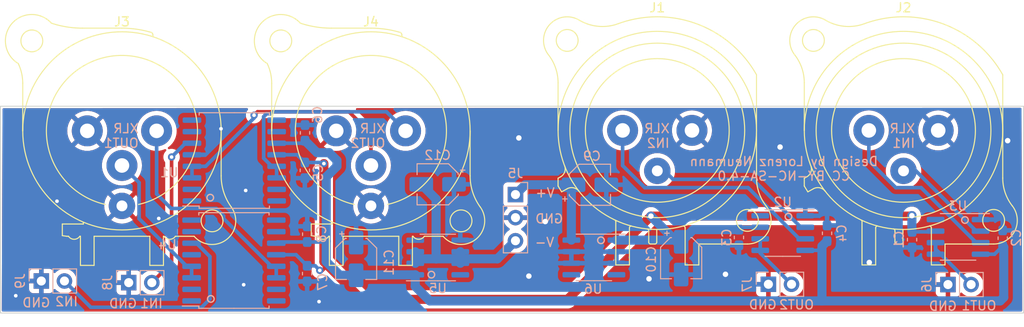
<source format=kicad_pcb>
(kicad_pcb (version 20221018) (generator pcbnew)
  (layers (0 "F.Cu" signal) (31 "B.Cu" signal) (34 "B.Paste" user) (35 "F.Paste" user) (36 "B.SilkS" user "B.Silkscreen") (37 "F.SilkS" user "F.Silkscreen") (38 "B.Mask" user) (39 "F.Mask" user) (44 "Edge.Cuts" user))
  (net 0 "")
  (net 1 "V+")
  (net 2 "GND")
  (net 3 "V-")
  (net 4 "VIN+")
  (net 5 "VIN-")
  (net 6 "Net-(U2-IN+)")
  (net 7 "Net-(U2-IN-)")
  (net 8 "Net-(U3-IN+)")
  (net 9 "Net-(U3-IN-)")
  (net 10 "Net-(U4-SENSE+)")
  (net 11 "Net-(U4-SENSE-)")
  (net 12 "Net-(U1-SENSE+)")
  (net 13 "Net-(U1-SENSE-)")
  (net 14 "Net-(J6-Pin_2)")
  (net 15 "Net-(J7-Pin_2)")
  (net 16 "Net-(J8-Pin_2)")
  (net 17 "Net-(J9-Pin_2)")
  (footprint "Connector_Audio:Jack_XLR_Neutrik_NC3FAAV_Vertical" (layer "F.Cu") (at 100.82 36.07)
    (fp_text reference "J1" (at -3.81 -13.5) (layer "F.SilkS"))
    (fp_text value "NC3FAAV")
    (pad "1" thru_hole circle (at 0 0) (size 3.4 3.4) (drill 1.6) (layers "*.Cu" "*.Mask") (net 2 "GND"))
    (pad "2" thru_hole circle (at -7.62 0) (size 3.4 3.4) (drill 1.6) (layers "*.Cu" "*.Mask") (net 6 "Net-(U2-IN+)"))
    (pad "3" thru_hole circle (at -3.81 4.45) (size 2.9 2.9) (drill 1.2) (layers "*.Cu" "*.Mask") (net 7 "Net-(U2-IN-)"))
  )
  (footprint "Connector_Audio:Jack_XLR_Neutrik_NC3MAAV_Vertical" (layer "F.Cu") (at 61.7375 36.12)
    (fp_text reference "J4" (at 3.81 -12) (layer "F.SilkS"))
    (fp_text value "NC3MAAV")
    (pad "1" thru_hole circle (at 0 0) (size 3.4 3.4) (drill 1.6) (layers "*.Cu" "*.Mask") (net 2 "GND"))
    (pad "2" thru_hole circle (at 7.62 0) (size 3.4 3.4) (drill 1.6) (layers "*.Cu" "*.Mask") (net 12 "Net-(U1-SENSE+)"))
    (pad "3" thru_hole circle (at 3.81 3.81) (size 3.4 3.4) (drill 1.6) (layers "*.Cu" "*.Mask") (net 13 "Net-(U1-SENSE-)"))
    (pad "G" thru_hole circle (at 3.81 8.255) (size 2.9 2.9) (drill 1.2) (layers "*.Cu" "*.Mask") (net 2 "GND"))
  )
  (footprint "Connector_Audio:Jack_XLR_Neutrik_NC3FAAV_Vertical" (layer "F.Cu") (at 127.87 36.07)
    (fp_text reference "J2" (at -3.81 -13.5) (layer "F.SilkS"))
    (fp_text value "NC3FAAV")
    (pad "1" thru_hole circle (at 0 0) (size 3.4 3.4) (drill 1.6) (layers "*.Cu" "*.Mask") (net 2 "GND"))
    (pad "2" thru_hole circle (at -7.62 0) (size 3.4 3.4) (drill 1.6) (layers "*.Cu" "*.Mask") (net 8 "Net-(U3-IN+)"))
    (pad "3" thru_hole circle (at -3.81 4.45) (size 2.9 2.9) (drill 1.2) (layers "*.Cu" "*.Mask") (net 9 "Net-(U3-IN-)"))
  )
  (footprint "Connector_Audio:Jack_XLR_Neutrik_NC3MAAV_Vertical" (layer "F.Cu") (at 34.3875 36.12)
    (fp_text reference "J3" (at 3.81 -12) (layer "F.SilkS"))
    (fp_text value "NC3MAAV")
    (pad "1" thru_hole circle (at 0 0) (size 3.4 3.4) (drill 1.6) (layers "*.Cu" "*.Mask") (net 2 "GND"))
    (pad "2" thru_hole circle (at 7.62 0) (size 3.4 3.4) (drill 1.6) (layers "*.Cu" "*.Mask") (net 10 "Net-(U4-SENSE+)"))
    (pad "3" thru_hole circle (at 3.81 3.81) (size 3.4 3.4) (drill 1.6) (layers "*.Cu" "*.Mask") (net 11 "Net-(U4-SENSE-)"))
    (pad "G" thru_hole circle (at 3.81 8.255) (size 2.9 2.9) (drill 1.2) (layers "*.Cu" "*.Mask") (net 2 "GND"))
  )
  (footprint "Package_SO:SOIC-16W_7.5x10.3mm_P1.27mm" (layer "B.Cu") (at 50.54 39.385)
    (fp_text reference "U1" (at -7.15 1.325) (layer "B.SilkS") (effects (justify mirror)))
    (fp_text value "DRV134UA")
    (pad "1" smd roundrect (at -4.65 4.445) (size 2.05 0.6) (layers "B.Cu" "B.Paste" "B.Mask"))
    (pad "2" smd roundrect (at -4.65 3.175) (size 2.05 0.6) (layers "B.Cu" "B.Paste" "B.Mask"))
    (pad "3" smd roundrect (at -4.65 1.905) (size 2.05 0.6) (layers "B.Cu" "B.Paste" "B.Mask") (net 13 "Net-(U1-SENSE-)"))
    (pad "4" smd roundrect (at -4.65 0.635) (size 2.05 0.6) (layers "B.Cu" "B.Paste" "B.Mask") (net 13 "Net-(U1-SENSE-)"))
    (pad "5" smd roundrect (at -4.65 -0.635) (size 2.05 0.6) (layers "B.Cu" "B.Paste" "B.Mask") (net 2 "GND"))
    (pad "6" smd roundrect (at -4.65 -1.905) (size 2.05 0.6) (layers "B.Cu" "B.Paste" "B.Mask") (net 16 "Net-(J8-Pin_2)"))
    (pad "7" smd roundrect (at -4.65 -3.175) (size 2.05 0.6) (layers "B.Cu" "B.Paste" "B.Mask"))
    (pad "8" smd roundrect (at -4.65 -4.445) (size 2.05 0.6) (layers "B.Cu" "B.Paste" "B.Mask"))
    (pad "9" smd roundrect (at 4.65 -4.445) (size 2.05 0.6) (layers "B.Cu" "B.Paste" "B.Mask"))
    (pad "10" smd roundrect (at 4.65 -3.175) (size 2.05 0.6) (layers "B.Cu" "B.Paste" "B.Mask"))
    (pad "11" smd roundrect (at 4.65 -1.905) (size 2.05 0.6) (layers "B.Cu" "B.Paste" "B.Mask") (net 3 "V-"))
    (pad "12" smd roundrect (at 4.65 -0.635) (size 2.05 0.6) (layers "B.Cu" "B.Paste" "B.Mask") (net 1 "V+"))
    (pad "13" smd roundrect (at 4.65 0.635) (size 2.05 0.6) (layers "B.Cu" "B.Paste" "B.Mask") (net 12 "Net-(U1-SENSE+)"))
    (pad "14" smd roundrect (at 4.65 1.905) (size 2.05 0.6) (layers "B.Cu" "B.Paste" "B.Mask") (net 12 "Net-(U1-SENSE+)"))
    (pad "15" smd roundrect (at 4.65 3.175) (size 2.05 0.6) (layers "B.Cu" "B.Paste" "B.Mask"))
    (pad "16" smd roundrect (at 4.65 4.445) (size 2.05 0.6) (layers "B.Cu" "B.Paste" "B.Mask"))
  )
  (footprint "Capacitor_SMD:C_0603_1608Metric_Pad1.08x0.95mm_HandSolder" (layer "B.Cu") (at 58.55 47.4875 90)
    (fp_text reference "C8" (at 0.0075 1.57 90) (layer "B.SilkS") (effects (justify mirror)))
    (fp_text value "1u")
    (pad "1" smd roundrect (at -0.8625 0 90) (size 1.075 0.95) (layers "B.Cu" "B.Paste" "B.Mask") (net 3 "V-"))
    (pad "2" smd roundrect (at 0.8625 0 90) (size 1.075 0.95) (layers "B.Cu" "B.Paste" "B.Mask") (net 2 "GND"))
  )
  (footprint "Package_SO:SOIC-8_3.9x4.9mm_P1.27mm" (layer "B.Cu") (at 90.045 50.045 180)
    (fp_text reference "U6" (at 0.075 -3.475) (layer "B.SilkS") (effects (justify mirror)))
    (fp_text value "MC78L12_SO8")
    (pad "1" smd roundrect (at -2.475 1.905 180) (size 1.95 0.6) (layers "B.Cu" "B.Paste" "B.Mask") (net 1 "V+"))
    (pad "2" smd roundrect (at -2.475 0.635 180) (size 1.95 0.6) (layers "B.Cu" "B.Paste" "B.Mask") (net 2 "GND"))
    (pad "3" smd roundrect (at -2.475 -0.635 180) (size 1.95 0.6) (layers "B.Cu" "B.Paste" "B.Mask") (net 2 "GND"))
    (pad "4" smd roundrect (at -2.475 -1.905 180) (size 1.95 0.6) (layers "B.Cu" "B.Paste" "B.Mask"))
    (pad "5" smd roundrect (at 2.475 -1.905 180) (size 1.95 0.6) (layers "B.Cu" "B.Paste" "B.Mask"))
    (pad "6" smd roundrect (at 2.475 -0.635 180) (size 1.95 0.6) (layers "B.Cu" "B.Paste" "B.Mask") (net 2 "GND"))
    (pad "7" smd roundrect (at 2.475 0.635 180) (size 1.95 0.6) (layers "B.Cu" "B.Paste" "B.Mask") (net 2 "GND"))
    (pad "8" smd roundrect (at 2.475 1.905 180) (size 1.95 0.6) (layers "B.Cu" "B.Paste" "B.Mask") (net 4 "VIN+"))
  )
  (footprint "Capacitor_SMD:CP_Elec_4x4.5" (layer "B.Cu") (at 89.61 42.05)
    (fp_text reference "C9" (at 0.22 -3.15) (layer "B.SilkS") (effects (justify mirror)))
    (fp_text value "10u")
    (pad "1" smd roundrect (at -1.8 0) (size 2.6 1.6) (layers "B.Cu" "B.Paste" "B.Mask") (roundrect_rratio 0.15625) (net 4 "VIN+"))
    (pad "2" smd roundrect (at 1.8 0) (size 2.6 1.6) (layers "B.Cu" "B.Paste" "B.Mask") (roundrect_rratio 0.15625) (net 2 "GND"))
  )
  (footprint "Capacitor_SMD:CP_Elec_4x4.5" (layer "B.Cu") (at 72.88 42 180)
    (fp_text reference "C12" (at 0 3.2) (layer "B.SilkS") (effects (justify mirror)))
    (fp_text value "10u")
    (pad "1" smd roundrect (at -1.8 0 180) (size 2.6 1.6) (layers "B.Cu" "B.Paste" "B.Mask") (roundrect_rratio 0.15625) (net 2 "GND"))
    (pad "2" smd roundrect (at 1.8 0 180) (size 2.6 1.6) (layers "B.Cu" "B.Paste" "B.Mask") (roundrect_rratio 0.15625) (net 5 "VIN-"))
  )
  (footprint "Capacitor_SMD:CP_Elec_4x4.5" (layer "B.Cu") (at 99.63 50.13 -90)
    (fp_text reference "C10" (at 0.13 3.29 90) (layer "B.SilkS") (effects (justify mirror)))
    (fp_text value "10u")
    (pad "1" smd roundrect (at -1.8 0 270) (size 2.6 1.6) (layers "B.Cu" "B.Paste" "B.Mask") (roundrect_rratio 0.15625) (net 1 "V+"))
    (pad "2" smd roundrect (at 1.8 0 270) (size 2.6 1.6) (layers "B.Cu" "B.Paste" "B.Mask") (roundrect_rratio 0.15625) (net 2 "GND"))
  )
  (footprint "Connector_PinHeader_2.54mm:PinHeader_1x03_P2.54mm_Vertical" (layer "B.Cu") (at 81.43 43.13 180)
    (fp_text reference "J5" (at 0 2.33) (layer "B.SilkS") (effects (justify mirror)))
    (fp_text value "Conn_01x03")
    (pad "1" thru_hole rect (at 0 0 180) (size 1.7 1.7) (drill 1) (layers "*.Cu" "*.Mask") (net 4 "VIN+"))
    (pad "2" thru_hole oval (at 0 -2.54 180) (size 1.7 1.7) (drill 1) (layers "*.Cu" "*.Mask") (net 2 "GND"))
    (pad "3" thru_hole oval (at 0 -5.08 180) (size 1.7 1.7) (drill 1) (layers "*.Cu" "*.Mask") (net 5 "VIN-"))
  )
  (footprint "Package_SO:SOIC-8_3.9x4.9mm_P1.27mm" (layer "B.Cu") (at 130.055 47.785 180)
    (fp_text reference "U3" (at 0 3.4) (layer "B.SilkS") (effects (justify mirror)))
    (fp_text value "INA137UA")
    (pad "1" smd roundrect (at -2.475 1.905 180) (size 1.95 0.6) (layers "B.Cu" "B.Paste" "B.Mask") (net 2 "GND"))
    (pad "2" smd roundrect (at -2.475 0.635 180) (size 1.95 0.6) (layers "B.Cu" "B.Paste" "B.Mask") (net 9 "Net-(U3-IN-)"))
    (pad "3" smd roundrect (at -2.475 -0.635 180) (size 1.95 0.6) (layers "B.Cu" "B.Paste" "B.Mask") (net 8 "Net-(U3-IN+)"))
    (pad "4" smd roundrect (at -2.475 -1.905 180) (size 1.95 0.6) (layers "B.Cu" "B.Paste" "B.Mask") (net 3 "V-"))
    (pad "5" smd roundrect (at 2.475 -1.905 180) (size 1.95 0.6) (layers "B.Cu" "B.Paste" "B.Mask") (net 14 "Net-(J6-Pin_2)"))
    (pad "6" smd roundrect (at 2.475 -0.635 180) (size 1.95 0.6) (layers "B.Cu" "B.Paste" "B.Mask") (net 14 "Net-(J6-Pin_2)"))
    (pad "7" smd roundrect (at 2.475 0.635 180) (size 1.95 0.6) (layers "B.Cu" "B.Paste" "B.Mask") (net 1 "V+"))
    (pad "8" smd roundrect (at 2.475 1.905 180) (size 1.95 0.6) (layers "B.Cu" "B.Paste" "B.Mask"))
  )
  (footprint "Package_SO:SOIC-8_3.9x4.9mm_P1.27mm" (layer "B.Cu") (at 72.895 50.055)
    (fp_text reference "U5" (at 0 3.4) (layer "B.SilkS") (effects (justify mirror)))
    (fp_text value "MC79L12_SO8")
    (pad "1" smd roundrect (at -2.475 1.905) (size 1.95 0.6) (layers "B.Cu" "B.Paste" "B.Mask") (net 3 "V-"))
    (pad "2" smd roundrect (at -2.475 0.635) (size 1.95 0.6) (layers "B.Cu" "B.Paste" "B.Mask") (net 5 "VIN-"))
    (pad "3" smd roundrect (at -2.475 -0.635) (size 1.95 0.6) (layers "B.Cu" "B.Paste" "B.Mask") (net 5 "VIN-"))
    (pad "4" smd roundrect (at -2.475 -1.905) (size 1.95 0.6) (layers "B.Cu" "B.Paste" "B.Mask"))
    (pad "5" smd roundrect (at 2.475 -1.905) (size 1.95 0.6) (layers "B.Cu" "B.Paste" "B.Mask") (net 2 "GND"))
    (pad "6" smd roundrect (at 2.475 -0.635) (size 1.95 0.6) (layers "B.Cu" "B.Paste" "B.Mask") (net 5 "VIN-"))
    (pad "7" smd roundrect (at 2.475 0.635) (size 1.95 0.6) (layers "B.Cu" "B.Paste" "B.Mask") (net 5 "VIN-"))
    (pad "8" smd roundrect (at 2.475 1.905) (size 1.95 0.6) (layers "B.Cu" "B.Paste" "B.Mask"))
  )
  (footprint "Capacitor_SMD:C_0603_1608Metric_Pad1.08x0.95mm_HandSolder" (layer "B.Cu") (at 58.54 51.8275 -90)
    (fp_text reference "C7" (at 0.9225 -1.7 90) (layer "B.SilkS") (effects (justify mirror)))
    (fp_text value "1u")
    (pad "1" smd roundrect (at -0.8625 0 270) (size 1.075 0.95) (layers "B.Cu" "B.Paste" "B.Mask") (net 1 "V+"))
    (pad "2" smd roundrect (at 0.8625 0 270) (size 1.075 0.95) (layers "B.Cu" "B.Paste" "B.Mask") (net 2 "GND"))
  )
  (footprint "Capacitor_SMD:C_0603_1608Metric_Pad1.08x0.95mm_HandSolder" (layer "B.Cu") (at 58.29 40.4625 -90)
    (fp_text reference "C5" (at 0.2775 -1.48 90) (layer "B.SilkS") (effects (justify mirror)))
    (fp_text value "1u")
    (pad "1" smd roundrect (at -0.8625 0 270) (size 1.075 0.95) (layers "B.Cu" "B.Paste" "B.Mask") (net 1 "V+"))
    (pad "2" smd roundrect (at 0.8625 0 270) (size 1.075 0.95) (layers "B.Cu" "B.Paste" "B.Mask") (net 2 "GND"))
  )
  (footprint "Connector_PinHeader_2.54mm:PinHeader_1x02_P2.54mm_Vertical" (layer "B.Cu") (at 38.94 52.82 -90)
    (fp_text reference "J8" (at 0 2.33 90) (layer "B.SilkS") (effects (justify mirror)))
    (fp_text value "Conn_01x02")
    (pad "1" thru_hole rect (at 0 0 270) (size 1.7 1.7) (drill 1) (layers "*.Cu" "*.Mask") (net 2 "GND"))
    (pad "2" thru_hole oval (at 0 -2.54 270) (size 1.7 1.7) (drill 1) (layers "*.Cu" "*.Mask") (net 16 "Net-(J8-Pin_2)"))
  )
  (footprint "Capacitor_SMD:C_0603_1608Metric_Pad1.08x0.95mm_HandSolder" (layer "B.Cu") (at 115.66 47.39 -90)
    (fp_text reference "C4" (at -0.0025 -1.62 90) (layer "B.SilkS") (effects (justify mirror)))
    (fp_text value "1u")
    (pad "1" smd roundrect (at -0.8625 0 270) (size 1.075 0.95) (layers "B.Cu" "B.Paste" "B.Mask") (net 2 "GND"))
    (pad "2" smd roundrect (at 0.8625 0 270) (size 1.075 0.95) (layers "B.Cu" "B.Paste" "B.Mask") (net 3 "V-"))
  )
  (footprint "Connector_PinHeader_2.54mm:PinHeader_1x02_P2.54mm_Vertical" (layer "B.Cu") (at 128.945 53.03 -90)
    (fp_text reference "J6" (at 0 2.33 90) (layer "B.SilkS") (effects (justify mirror)))
    (fp_text value "Conn_01x02")
    (pad "1" thru_hole rect (at 0 0 270) (size 1.7 1.7) (drill 1) (layers "*.Cu" "*.Mask") (net 2 "GND"))
    (pad "2" thru_hole oval (at 0 -2.54 270) (size 1.7 1.7) (drill 1) (layers "*.Cu" "*.Mask") (net 14 "Net-(J6-Pin_2)"))
  )
  (footprint "Package_SO:SOIC-8_3.9x4.9mm_P1.27mm" (layer "B.Cu") (at 110.795 47.365 180)
    (fp_text reference "U2" (at 0 3.4) (layer "B.SilkS") (effects (justify mirror)))
    (fp_text value "INA137UA")
    (pad "1" smd roundrect (at -2.475 1.905 180) (size 1.95 0.6) (layers "B.Cu" "B.Paste" "B.Mask") (net 2 "GND"))
    (pad "2" smd roundrect (at -2.475 0.635 180) (size 1.95 0.6) (layers "B.Cu" "B.Paste" "B.Mask") (net 7 "Net-(U2-IN-)"))
    (pad "3" smd roundrect (at -2.475 -0.635 180) (size 1.95 0.6) (layers "B.Cu" "B.Paste" "B.Mask") (net 6 "Net-(U2-IN+)"))
    (pad "4" smd roundrect (at -2.475 -1.905 180) (size 1.95 0.6) (layers "B.Cu" "B.Paste" "B.Mask") (net 3 "V-"))
    (pad "5" smd roundrect (at 2.475 -1.905 180) (size 1.95 0.6) (layers "B.Cu" "B.Paste" "B.Mask") (net 15 "Net-(J7-Pin_2)"))
    (pad "6" smd roundrect (at 2.475 -0.635 180) (size 1.95 0.6) (layers "B.Cu" "B.Paste" "B.Mask") (net 15 "Net-(J7-Pin_2)"))
    (pad "7" smd roundrect (at 2.475 0.635 180) (size 1.95 0.6) (layers "B.Cu" "B.Paste" "B.Mask") (net 1 "V+"))
    (pad "8" smd roundrect (at 2.475 1.905 180) (size 1.95 0.6) (layers "B.Cu" "B.Paste" "B.Mask"))
  )
  (footprint "Connector_PinHeader_2.54mm:PinHeader_1x02_P2.54mm_Vertical" (layer "B.Cu") (at 29.34 52.64 -90)
    (fp_text reference "J9" (at 0 2.33 90) (layer "B.SilkS") (effects (justify mirror)))
    (fp_text value "Conn_01x02")
    (pad "1" thru_hole rect (at 0 0 270) (size 1.7 1.7) (drill 1) (layers "*.Cu" "*.Mask") (net 2 "GND"))
    (pad "2" thru_hole oval (at 0 -2.54 270) (size 1.7 1.7) (drill 1) (layers "*.Cu" "*.Mask") (net 17 "Net-(J9-Pin_2)"))
  )
  (footprint "Capacitor_SMD:C_0603_1608Metric_Pad1.08x0.95mm_HandSolder" (layer "B.Cu") (at 105.98 47.85 -90)
    (fp_text reference "C3" (at 0 1.34 90) (layer "B.SilkS") (effects (justify mirror)))
    (fp_text value "1u")
    (pad "1" smd roundrect (at -0.8625 0 270) (size 1.075 0.95) (layers "B.Cu" "B.Paste" "B.Mask") (net 1 "V+"))
    (pad "2" smd roundrect (at 0.8625 0 270) (size 1.075 0.95) (layers "B.Cu" "B.Paste" "B.Mask") (net 2 "GND"))
  )
  (footprint "Connector_PinHeader_2.54mm:PinHeader_1x02_P2.54mm_Vertical" (layer "B.Cu") (at 109.215 53 -90)
    (fp_text reference "J7" (at 0 2.33 90) (layer "B.SilkS") (effects (justify mirror)))
    (fp_text value "Conn_01x02")
    (pad "1" thru_hole rect (at 0 0 270) (size 1.7 1.7) (drill 1) (layers "*.Cu" "*.Mask") (net 2 "GND"))
    (pad "2" thru_hole oval (at 0 -2.54 270) (size 1.7 1.7) (drill 1) (layers "*.Cu" "*.Mask") (net 15 "Net-(J7-Pin_2)"))
  )
  (footprint "Package_SO:SOIC-16W_7.5x10.3mm_P1.27mm" (layer "B.Cu") (at 50.5 50.385)
    (fp_text reference "U4" (at -7.29 -1.755) (layer "B.SilkS") (effects (justify mirror)))
    (fp_text value "DRV134UA")
    (pad "1" smd roundrect (at -4.65 4.445) (size 2.05 0.6) (layers "B.Cu" "B.Paste" "B.Mask"))
    (pad "2" smd roundrect (at -4.65 3.175) (size 2.05 0.6) (layers "B.Cu" "B.Paste" "B.Mask"))
    (pad "3" smd roundrect (at -4.65 1.905) (size 2.05 0.6) (layers "B.Cu" "B.Paste" "B.Mask") (net 11 "Net-(U4-SENSE-)"))
    (pad "4" smd roundrect (at -4.65 0.635) (size 2.05 0.6) (layers "B.Cu" "B.Paste" "B.Mask") (net 11 "Net-(U4-SENSE-)"))
    (pad "5" smd roundrect (at -4.65 -0.635) (size 2.05 0.6) (layers "B.Cu" "B.Paste" "B.Mask") (net 2 "GND"))
    (pad "6" smd roundrect (at -4.65 -1.905) (size 2.05 0.6) (layers "B.Cu" "B.Paste" "B.Mask") (net 17 "Net-(J9-Pin_2)"))
    (pad "7" smd roundrect (at -4.65 -3.175) (size 2.05 0.6) (layers "B.Cu" "B.Paste" "B.Mask"))
    (pad "8" smd roundrect (at -4.65 -4.445) (size 2.05 0.6) (layers "B.Cu" "B.Paste" "B.Mask"))
    (pad "9" smd roundrect (at 4.65 -4.445) (size 2.05 0.6) (layers "B.Cu" "B.Paste" "B.Mask"))
    (pad "10" smd roundrect (at 4.65 -3.175) (size 2.05 0.6) (layers "B.Cu" "B.Paste" "B.Mask"))
    (pad "11" smd roundrect (at 4.65 -1.905) (size 2.05 0.6) (layers "B.Cu" "B.Paste" "B.Mask") (net 3 "V-"))
    (pad "12" smd roundrect (at 4.65 -0.635) (size 2.05 0.6) (layers "B.Cu" "B.Paste" "B.Mask") (net 1 "V+"))
    (pad "13" smd roundrect (at 4.65 0.635) (size 2.05 0.6) (layers "B.Cu" "B.Paste" "B.Mask") (net 10 "Net-(U4-SENSE+)"))
    (pad "14" smd roundrect (at 4.65 1.905) (size 2.05 0.6) (layers "B.Cu" "B.Paste" "B.Mask") (net 10 "Net-(U4-SENSE+)"))
    (pad "15" smd roundrect (at 4.65 3.175) (size 2.05 0.6) (layers "B.Cu" "B.Paste" "B.Mask"))
    (pad "16" smd roundrect (at 4.65 4.445) (size 2.05 0.6) (layers "B.Cu" "B.Paste" "B.Mask"))
  )
  (footprint "Capacitor_SMD:C_0603_1608Metric_Pad1.08x0.95mm_HandSolder" (layer "B.Cu") (at 58.31 36.34 90)
    (fp_text reference "C6" (at 1.98 1.37 90) (layer "B.SilkS") (effects (justify mirror)))
    (fp_text value "1u")
    (pad "1" smd roundrect (at -0.8625 0 90) (size 1.075 0.95) (layers "B.Cu" "B.Paste" "B.Mask") (net 3 "V-"))
    (pad "2" smd roundrect (at 0.8625 0 90) (size 1.075 0.95) (layers "B.Cu" "B.Paste" "B.Mask") (net 2 "GND"))
  )
  (footprint "Capacitor_SMD:C_0603_1608Metric_Pad1.08x0.95mm_HandSolder" (layer "B.Cu") (at 134.96 47.93 -90)
    (fp_text reference "C2" (at -0.04 -1.49 90) (layer "B.SilkS") (effects (justify mirror)))
    (fp_text value "1u")
    (pad "1" smd roundrect (at -0.8625 0 270) (size 1.075 0.95) (layers "B.Cu" "B.Paste" "B.Mask") (net 2 "GND"))
    (pad "2" smd roundrect (at 0.8625 0 270) (size 1.075 0.95) (layers "B.Cu" "B.Paste" "B.Mask") (net 3 "V-"))
  )
  (footprint "Capacitor_SMD:CP_Elec_4x4.5" (layer "B.Cu") (at 63.92 50.21 -90)
    (fp_text reference "C11" (at 0.4 -3.62 90) (layer "B.SilkS") (effects (justify mirror)))
    (fp_text value "10u")
    (pad "1" smd roundrect (at -1.8 0 270) (size 2.6 1.6) (layers "B.Cu" "B.Paste" "B.Mask") (roundrect_rratio 0.15625) (net 2 "GND"))
    (pad "2" smd roundrect (at 1.8 0 270) (size 2.6 1.6) (layers "B.Cu" "B.Paste" "B.Mask") (roundrect_rratio 0.15625) (net 3 "V-"))
  )
  (footprint "Capacitor_SMD:C_0603_1608Metric_Pad1.08x0.95mm_HandSolder" (layer "B.Cu") (at 125 48.0925 -90)
    (fp_text reference "C1" (at 0 1.43 90) (layer "B.SilkS") (effects (justify mirror)))
    (fp_text value "1u")
    (pad "1" smd roundrect (at -0.8625 0 270) (size 1.075 0.95) (layers "B.Cu" "B.Paste" "B.Mask") (net 1 "V+"))
    (pad "2" smd roundrect (at 0.8625 0 270) (size 1.075 0.95) (layers "B.Cu" "B.Paste" "B.Mask") (net 2 "GND"))
  )
  (gr_circle (center 47.9 43.47) (end 48.26 43.42) (stroke (width 0.15)) (fill none) (layer "B.SilkS"))
  (gr_circle (center 130.81 45.93) (end 131.17 45.88) (stroke (width 0.15)) (fill none) (layer "B.SilkS"))
  (gr_circle (center 72.19 51.94) (end 72.55 51.89) (stroke (width 0.15)) (fill none) (layer "B.SilkS"))
  (gr_circle (center 111.42 45.56) (end 111.78 45.51) (stroke (width 0.15)) (fill none) (layer "B.SilkS"))
  (gr_circle (center 47.96 54.61) (end 48.32 54.56) (stroke (width 0.15)) (fill none) (layer "B.SilkS"))
  (gr_circle (center 90.82 48.16) (end 91.18 48.11) (stroke (width 0.15)) (fill none) (layer "B.SilkS"))
  (gr_rect (start 24.85 33.41) (end 137.25 56.16) (stroke (width 0.1)) (fill none) (layer "Edge.Cuts"))
  (gr_text "OUT2\n\n" (at 114.31 57.45) (layer "B.SilkS") (effects (font (size 1 1)) (justify left bottom mirror)))
  (gr_text "V+" (at 85.83 43.52) (layer "B.SilkS") (effects (font (size 1 1)) (justify left bottom mirror)))
  (gr_text "IN1\n" (at 42.77 55.7) (layer "B.SilkS") (effects (font (size 1 1)) (justify left bottom mirror)))
  (gr_text "V-\n" (at 85.77 48.97) (layer "B.SilkS") (effects (font (size 1 1)) (justify left bottom mirror)))
  (gr_text "GND" (at 110.22 55.83) (layer "B.SilkS") (effects (font (size 1 1)) (justify left bottom mirror)))
  (gr_text "IN2\n" (at 33.45 55.49) (layer "B.SilkS") (effects (font (size 1 1)) (justify left bottom mirror)))
  (gr_text "GND" (at 39.94 55.7) (layer "B.SilkS") (effects (font (size 1 1)) (justify left bottom mirror)))
  (gr_text "XLR \nIN2" (at 98.45 38.06) (layer "B.SilkS") (effects (font (size 1 1)) (justify left bottom mirror)))
  (gr_text "Design by Lorenz Neumann\nCC BY-NC-SA-4.0" (at 110.91 41.68) (layer "B.SilkS") (effects (font (size 1 1)) (justify bottom mirror)))
  (gr_text "XLR \nOUT1" (at 40.12 38.06) (layer "B.SilkS") (effects (font (size 1 1)) (justify left bottom mirror)))
  (gr_text "XLR \nOUT2" (at 67.22 38.06) (layer "B.SilkS") (effects (font (size 1 1)) (justify left bottom mirror)))
  (gr_text "OUT1\n" (at 134.35 55.94) (layer "B.SilkS") (effects (font (size 1 1)) (justify left bottom mirror)))
  (gr_text "GND" (at 86.76 46.38) (layer "B.SilkS") (effects (font (size 1 1)) (justify left bottom mirror)))
  (gr_text "GND" (at 130.01 55.98) (layer "B.SilkS") (effects (font (size 1 1)) (justify left bottom mirror)))
  (gr_text "GND" (at 30.41 55.61) (layer "B.SilkS") (effects (font (size 1 1)) (justify left bottom mirror)))
  (gr_text "XLR \nIN1" (at 125.41 38.06) (layer "B.SilkS") (effects (font (size 1 1)) (justify left bottom mirror)))
  (segment (start 60.77 50.91) (end 60.381825 50.521825) (width 1) (layer "F.Cu") (net 1))
  (segment (start 60.381825 50.521825) (end 60.381825 39.7195) (width 1) (layer "F.Cu") (net 1))
  (segment (start 87.15 54.66) (end 64.52 54.66) (width 1) (layer "F.Cu") (net 1))
  (segment (start 60.21 51.47) (end 60.77 50.91) (width 0.4) (layer "F.Cu") (net 1))
  (segment (start 59.93 51.47) (end 60.21 51.47) (width 0.4) (layer "F.Cu") (net 1))
  (segment (start 64.52 54.66) (end 60.77 50.91) (width 1) (layer "F.Cu") (net 1))
  (segment (start 124.93 45.5) (end 124.98 45.45) (width 1) (layer "F.Cu") (net 1))
  (segment (start 96.31 45.5) (end 87.15 54.66) (width 1) (layer "F.Cu") (net 1))
  (segment (start 96.31 45.5) (end 124.93 45.5) (width 1) (layer "F.Cu") (net 1))
  (via (at 59.93 51.47) (size 0.8) (drill 0.4) (layers "F.Cu" "B.Cu") (net 1))
  (via (at 60.381825 39.7195) (size 0.8) (drill 0.4) (layers "F.Cu" "B.Cu") (net 1))
  (via (at 124.98 45.45) (size 1) (drill 0.6) (layers "F.Cu" "B.Cu") (net 1))
  (via (at 96.31 45.5) (size 1) (drill 0.6) (layers "F.Cu" "B.Cu") (net 1))
  (segment (start 100.9725 46.9875) (end 105.98 46.9875) (width 1) (layer "B.Cu") (net 1))
  (segment (start 57.325 49.75) (end 55.15 49.75) (width 0.4) (layer "B.Cu") (net 1))
  (segment (start 99.44 48.14) (end 99.63 48.33) (width 1) (layer "B.Cu") (net 1))
  (segment (start 58.29 39.6) (end 60.262325 39.6) (width 0.4) (layer "B.Cu") (net 1))
  (segment (start 124.98 45.45) (end 124.98 47.21) (width 1) (layer "B.Cu") (net 1))
  (segment (start 106.2375 46.73) (end 105.98 46.9875) (width 0.4) (layer "B.Cu") (net 1))
  (segment (start 127.5 47.23) (end 127.58 47.15) (width 0.4) (layer "B.Cu") (net 1))
  (segment (start 55.19 38.75) (end 57.44 38.75) (width 0.4) (layer "B.Cu") (net 1))
  (segment (start 125 47.23) (end 127.5 47.23) (width 0.4) (layer "B.Cu") (net 1))
  (segment (start 60.262325 39.6) (end 60.381825 39.7195) (width 0.4) (layer "B.Cu") (net 1))
  (segment (start 124.98 47.21) (end 125 47.23) (width 1) (layer "B.Cu") (net 1))
  (segment (start 59.425 50.965) (end 59.93 51.47) (width 0.4) (layer "B.Cu") (net 1))
  (segment (start 108.32 46.73) (end 106.2375 46.73) (width 0.4) (layer "B.Cu") (net 1))
  (segment (start 99.63 48.33) (end 99.14 48.33) (width 1) (layer "B.Cu") (net 1))
  (segment (start 99.63 48.33) (end 100.9725 46.9875) (width 1) (layer "B.Cu") (net 1))
  (segment (start 99.14 48.33) (end 96.31 45.5) (width 1) (layer "B.Cu") (net 1))
  (segment (start 92.52 48.14) (end 99.44 48.14) (width 1) (layer "B.Cu") (net 1))
  (segment (start 58.54 50.965) (end 59.425 50.965) (width 0.4) (layer "B.Cu") (net 1))
  (segment (start 57.44 38.75) (end 58.29 39.6) (width 0.4) (layer "B.Cu") (net 1))
  (segment (start 58.54 50.965) (end 57.325 49.75) (width 0.4) (layer "B.Cu") (net 1))
  (via (at 49.08 35.89) (size 0.8) (drill 0.4) (layers "F.Cu" "B.Cu") (net 2))
  (via (at 104.5 51.9) (size 1) (drill 0.6) (layers "F.Cu" "B.Cu") (net 2))
  (via (at 42.24 45.76) (size 0.8) (drill 0.4) (layers "F.Cu" "B.Cu") (net 2))
  (via (at 51.79 42.68) (size 0.8) (drill 0.4) (layers "F.Cu" "B.Cu") (net 2))
  (via (at 26.53 54.26) (size 0.8) (drill 0.4) (layers "F.Cu" "B.Cu") (net 2))
  (via (at 51.57 53.05) (size 0.8) (drill 0.4) (layers "F.Cu" "B.Cu") (net 2))
  (via (at 135.5 37.2) (size 1) (drill 0.6) (layers "F.Cu" "B.Cu") (net 2))
  (via (at 82.9 52.1) (size 1) (drill 0.6) (layers "F.Cu" "B.Cu") (net 2))
  (via (at 59.85 54.91) (size 0.8) (drill 0.4) (layers "F.Cu" "B.Cu") (net 2))
  (via (at 110.5 37.9) (size 1) (drill 0.6) (layers "F.Cu" "B.Cu") (net 2))
  (via (at 84.7 46.1) (size 1) (drill 0.6) (layers "F.Cu" "B.Cu") (net 2))
  (via (at 120.3 50.6) (size 1) (drill 0.6) (layers "F.Cu" "B.Cu") (net 2))
  (via (at 81.8 36.9) (size 1) (drill 0.6) (layers "F.Cu" "B.Cu") (net 2))
  (via (at 96.1 52.4) (size 1) (drill 0.6) (layers "F.Cu" "B.Cu") (net 2))
  (via (at 31.06 43.86) (size 0.8) (drill 0.4) (layers "F.Cu" "B.Cu") (net 2))
  (segment (start 61.82 39.38) (end 60.96 38.52) (width 1) (layer "B.Cu") (net 3))
  (segment (start 60.64 48.27) (end 60.64 41.19) (width 1) (layer "B.Cu") (net 3))
  (segment (start 55.28 48.35) (end 55.15 48.48) (width 0.4) (layer "B.Cu") (net 3))
  (segment (start 135.07 48.9025) (end 134.96 48.7925) (width 1) (layer "B.Cu") (net 3))
  (segment (start 132.53 49.69) (end 134.0625 49.69) (width 0.4) (layer "B.Cu") (net 3))
  (segment (start 115.1 54.83) (end 134.68 54.83) (width 1) (layer "B.Cu") (net 3))
  (segment (start 59.6275 38.52) (end 58.31 37.2025) (width 1) (layer "B.Cu") (net 3))
  (segment (start 70.42 53.23) (end 72.02 54.83) (width 1) (layer "B.Cu") (net 3))
  (segment (start 134.68 54.83) (end 135.07 54.44) (width 1) (layer "B.Cu") (net 3))
  (segment (start 58.55 48.35) (end 60.56 48.35) (width 0.4) (layer "B.Cu") (net 3))
  (segment (start 60.64 50.51) (end 60.64 48.27) (width 1) (layer "B.Cu") (net 3))
  (segment (start 61.82 40.01) (end 61.82 39.38) (width 1) (layer "B.Cu") (net 3))
  (segment (start 70.42 51.96) (end 70.42 53.23) (width 1) (layer "B.Cu") (net 3))
  (segment (start 60.64 41.19) (end 61.82 40.01) (width 1) (layer "B.Cu") (net 3))
  (segment (start 62.14 52.01) (end 60.64 50.51) (width 1) (layer "B.Cu") (net 3))
  (segment (start 72.02 54.83) (end 115.1 54.83) (width 1) (layer "B.Cu") (net 3))
  (segment (start 115.1 54.83) (end 115.1 48.8125) (width 1) (layer "B.Cu") (net 3))
  (segment (start 135.07 54.44) (end 135.07 48.9025) (width 1) (layer "B.Cu") (net 3))
  (segment (start 58.0325 37.48) (end 58.31 37.2025) (width 0.4) (layer "B.Cu") (net 3))
  (segment (start 58.55 48.35) (end 55.28 48.35) (width 0.4) (layer "B.Cu") (net 3))
  (segment (start 113.27 49.27) (end 114.6425 49.27) (width 0.4) (layer "B.Cu") (net 3))
  (segment (start 55.19 37.48) (end 58.0325 37.48) (width 0.4) (layer "B.Cu") (net 3))
  (segment (start 115.1 48.8125) (end 115.66 48.2525) (width 1) (layer "B.Cu") (net 3))
  (segment (start 60.96 38.52) (end 59.6275 38.52) (width 1) (layer "B.Cu") (net 3))
  (segment (start 70.42 51.96) (end 63.97 51.96) (width 1) (layer "B.Cu") (net 3))
  (segment (start 63.97 51.96) (end 63.92 52.01) (width 1) (layer "B.Cu") (net 3))
  (segment (start 60.56 48.35) (end 60.64 48.27) (width 0.4) (layer "B.Cu") (net 3))
  (segment (start 114.6425 49.27) (end 115.66 48.2525) (width 0.4) (layer "B.Cu") (net 3))
  (segment (start 134.0625 49.69) (end 134.96 48.7925) (width 0.4) (layer "B.Cu") (net 3))
  (segment (start 63.92 52.01) (end 62.14 52.01) (width 1) (layer "B.Cu") (net 3))
  (segment (start 82.51 42.05) (end 81.43 43.13) (width 1) (layer "B.Cu") (net 4))
  (segment (start 87.57 42.29) (end 87.81 42.05) (width 1) (layer "B.Cu") (net 4))
  (segment (start 87.81 42.05) (end 82.51 42.05) (width 1) (layer "B.Cu") (net 4))
  (segment (start 87.57 48.14) (end 87.57 42.29) (width 1) (layer "B.Cu") (net 4))
  (segment (start 70.42 50.2) (end 70.42 49.42) (width 1) (layer "B.Cu") (net 5))
  (segment (start 75.37 49.42) (end 75.37 50.69) (width 1) (layer "B.Cu") (net 5))
  (segment (start 72.71 43.63) (end 71.08 42) (width 1) (layer "B.Cu") (net 5))
  (segment (start 79.44 50.2) (end 81.43 48.21) (width 1) (layer "B.Cu") (net 5))
  (segment (start 70.42 50.69) (end 70.42 50.2) (width 1) (layer "B.Cu") (net 5))
  (segment (start 70.42 50.2) (end 72.71 50.2) (width 1) (layer "B.Cu") (net 5))
  (segment (start 72.71 50.2) (end 72.71 43.63) (width 1) (layer "B.Cu") (net 5))
  (segment (start 72.71 50.2) (end 79.44 50.2) (width 1) (layer "B.Cu") (net 5))
  (segment (start 95.63 42.37) (end 93.2 39.94) (width 0.4) (layer "B.Cu") (net 6))
  (segment (start 113.27 48) (end 112.612817 48) (width 0.4) (layer "B.Cu") (net 6))
  (segment (start 93.2 39.94) (end 93.2 36.07) (width 0.4) (layer "B.Cu") (net 6))
  (segment (start 106.982817 42.37) (end 95.63 42.37) (width 0.4) (layer "B.Cu") (net 6))
  (segment (start 112.612817 48) (end 106.982817 42.37) (width 0.4) (layer "B.Cu") (net 6))
  (segment (start 97.81 40.52) (end 97.01 40.52) (width 0.4) (layer "B.Cu") (net 7))
  (segment (start 113.27 46.73) (end 112.787183 46.73) (width 0.4) (layer "B.Cu") (net 7))
  (segment (start 98.74 41.45) (end 97.81 40.52) (width 0.4) (layer "B.Cu") (net 7))
  (segment (start 107.507183 41.45) (end 98.74 41.45) (width 0.4) (layer "B.Cu") (net 7))
  (segment (start 112.787183 46.73) (end 107.507183 41.45) (width 0.4) (layer "B.Cu") (net 7))
  (segment (start 132.53 48.42) (end 132.047183 48.42) (width 0.4) (layer "B.Cu") (net 8))
  (segment (start 132.047183 48.42) (end 125.997183 42.37) (width 0.4) (layer "B.Cu") (net 8))
  (segment (start 125.997183 42.37) (end 123.21 42.37) (width 0.4) (layer "B.Cu") (net 8))
  (segment (start 120.25 39.41) (end 120.25 36.07) (width 0.4) (layer "B.Cu") (net 8))
  (segment (start 123.21 42.37) (end 120.25 39.41) (width 0.4) (layer "B.Cu") (net 8))
  (segment (start 132.047183 47.15) (end 125.417183 40.52) (width 0.4) (layer "B.Cu") (net 9))
  (segment (start 132.53 47.15) (end 132.047183 47.15) (width 0.4) (layer "B.Cu") (net 9))
  (segment (start 125.417183 40.52) (end 124.06 40.52) (width 0.4) (layer "B.Cu") (net 9))
  (segment (start 49.37 45.772817) (end 49.37 45.48) (width 0.4) (layer "B.Cu") (net 10))
  (segment (start 43.61 44.66) (end 42.0075 43.0575) (width 0.4) (layer "B.Cu") (net 10))
  (segment (start 48.55 44.66) (end 43.61 44.66) (width 0.4) (layer "B.Cu") (net 10))
  (segment (start 49.37 45.48) (end 48.55 44.66) (width 0.4) (layer "B.Cu") (net 10))
  (segment (start 55.15 51.02) (end 54.617183 51.02) (width 0.4) (layer "B.Cu") (net 10))
  (segment (start 54.617183 51.02) (end 49.37 45.772817) (width 0.4) (layer "B.Cu") (net 10))
  (segment (start 55.15 52.29) (end 55.15 51.02) (width 0.4) (layer "B.Cu") (net 10))
  (segment (start 42.0075 43.0575) (end 42.0075 36.12) (width 0.4) (layer "B.Cu") (net 10))
  (segment (start 40.08 45.782817) (end 40.08 41.8125) (width 0.4) (layer "B.Cu") (net 11))
  (segment (start 45.85 51.02) (end 45.317183 51.02) (width 0.4) (layer "B.Cu") (net 11))
  (segment (start 45.85 51.02) (end 45.85 52.29) (width 0.4) (layer "B.Cu") (net 11))
  (segment (start 45.317183 51.02) (end 40.08 45.782817) (width 0.4) (layer "B.Cu") (net 11))
  (segment (start 40.08 41.8125) (end 38.1975 39.93) (width 0.4) (layer "B.Cu") (net 11))
  (segment (start 54.065 34.24) (end 54.542817 34.24) (width 0.4) (layer "B.Cu") (net 12))
  (segment (start 53.915 34.412183) (end 53.915 34.39) (width 0.4) (layer "B.Cu") (net 12))
  (segment (start 54.542817 34.24) (end 54.762817 34.02) (width 0.4) (layer "B.Cu") (net 12))
  (segment (start 67.2575 34.02) (end 69.3575 36.12) (width 0.4) (layer "B.Cu") (net 12))
  (segment (start 53.765 39.127817) (end 53.765 34.562183) (width 0.4) (layer "B.Cu") (net 12))
  (segment (start 54.762817 34.02) (end 67.2575 34.02) (width 0.4) (layer "B.Cu") (net 12))
  (segment (start 55.19 40.02) (end 54.657183 40.02) (width 0.4) (layer "B.Cu") (net 12))
  (segment (start 55.19 40.02) (end 55.19 41.29) (width 0.4) (layer "B.Cu") (net 12))
  (segment (start 53.765 34.562183) (end 53.915 34.412183) (width 0.4) (layer "B.Cu") (net 12))
  (segment (start 54.657183 40.02) (end 53.765 39.127817) (width 0.4) (layer "B.Cu") (net 12))
  (segment (start 53.915 34.39) (end 54.065 34.24) (width 0.4) (layer "B.Cu") (net 12))
  (segment (start 53.09 34.02) (end 63.14 34.02) (width 0.4) (layer "F.Cu") (net 13))
  (segment (start 65.5475 36.4325) (end 65.5475 39.93) (width 0.4) (layer "F.Cu") (net 13))
  (segment (start 65.55 36.43) (end 65.5475 36.4325) (width 0.4) (layer "F.Cu") (net 13))
  (segment (start 63.14 34.02) (end 65.55 36.43) (width 0.4) (layer "F.Cu") (net 13))
  (segment (start 52.71 34.4) (end 53.09 34.02) (width 0.4) (layer "F.Cu") (net 13))
  (via (at 52.71 34.4) (size 0.8) (drill 0.4) (layers "F.Cu" "B.Cu") (net 13))
  (segment (start 52.71 34.7) (end 52.71 34.4) (width 0.4) (layer "B.Cu") (net 13))
  (segment (start 45.89 41.29) (end 45.89 40.02) (width 0.4) (layer "B.Cu") (net 13))
  (segment (start 47.39 40.02) (end 50.94 36.47) (width 0.4) (layer "B.Cu") (net 13))
  (segment (start 45.89 40.02) (end 47.39 40.02) (width 0.4) (layer "B.Cu") (net 13))
  (segment (start 50.94 36.47) (end 52.71 34.7) (width 0.4) (layer "B.Cu") (net 13))
  (segment (start 127.58 49.125) (end 131.485 53.03) (width 0.4) (layer "B.Cu") (net 14))
  (segment (start 127.58 48.42) (end 127.58 49.125) (width 0.4) (layer "B.Cu") (net 14))
  (segment (start 127.58 48.42) (end 127.58 49.69) (width 0.4) (layer "B.Cu") (net 14))
  (segment (start 108.32 49.27) (end 108.32 49.565) (width 0.4) (layer "B.Cu") (net 15))
  (segment (start 108.32 49.565) (end 111.755 53) (width 0.4) (layer "B.Cu") (net 15))
  (segment (start 108.32 48) (end 108.32 49.27) (width 0.4) (layer "B.Cu") (net 15))
  (segment (start 43.65 50.65) (end 43.65 39) (width 0.4) (layer "F.Cu") (net 16))
  (segment (start 41.48 52.82) (end 43.65 50.65) (width 0.4) (layer "F.Cu") (net 16))
  (via (at 43.65 39) (size 0.8) (drill 0.4) (layers "F.Cu" "B.Cu") (net 16))
  (segment (start 43.65 39) (end 45.17 37.48) (width 0.4) (layer "B.Cu") (net 16))
  (segment (start 45.17 37.48) (end 45.89 37.48) (width 0.4) (layer "B.Cu") (net 16))
  (segment (start 46.382817 48.48) (end 47.86 49.957183) (width 0.4) (layer "B.Cu") (net 17))
  (segment (start 47.86 54.622817) (end 46.952817 55.53) (width 0.4) (layer "B.Cu") (net 17))
  (segment (start 45.85 48.48) (end 46.382817 48.48) (width 0.4) (layer "B.Cu") (net 17))
  (segment (start 46.952817 55.53) (end 34.77 55.53) (width 0.4) (layer "B.Cu") (net 17))
  (segment (start 34.77 55.53) (end 31.88 52.64) (width 0.4) (layer "B.Cu") (net 17))
  (segment (start 47.86 49.957183) (end 47.86 54.622817) (width 0.4) (layer "B.Cu") (net 17))
  (zone (net 2) (net_name "GND") (layers "F&B.Cu") (connect_pads (clearance 0.5)) (min_thickness 0.25) (fill yes (thermal_gap 0.5) (thermal_bridge_width 0.5))
    (polygon (pts (xy 137.02 33.58) (xy 25.08 33.63) (xy 25 56) (xy 137.1 56)))
  )
)
</source>
